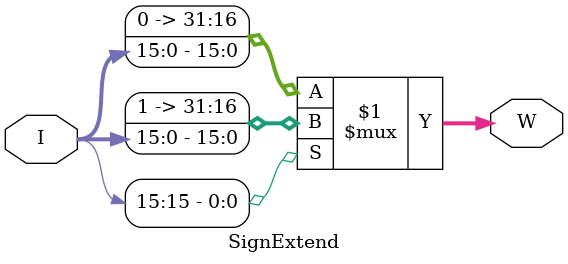
<source format=v>
module SignExtend (input [15:0]I, output [31:0]W);
	assign W = (I[15]) ? {16'b1111111111111111, I[15:0]} : {16'b0000000000000000, I[15:0]} ;
endmodule 
</source>
